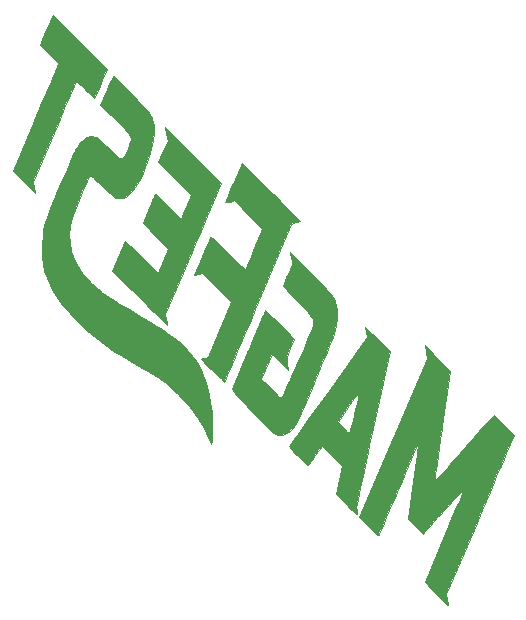
<source format=gbo>
G04 #@! TF.FileFunction,Legend,Bot*
%FSLAX46Y46*%
G04 Gerber Fmt 4.6, Leading zero omitted, Abs format (unit mm)*
G04 Created by KiCad (PCBNEW 4.0.2+dfsg1-stable) date Sun 09 Sep 2018 02:34:44 AM EDT*
%MOMM*%
G01*
G04 APERTURE LIST*
%ADD10C,0.100000*%
%ADD11C,0.010000*%
G04 APERTURE END LIST*
D10*
D11*
G36*
X91225323Y-47030782D02*
X90984595Y-46799358D01*
X90814900Y-46644072D01*
X90729125Y-46577450D01*
X90721851Y-46576437D01*
X90680718Y-46653937D01*
X90593234Y-46843160D01*
X90469242Y-47122003D01*
X90318578Y-47468365D01*
X90165955Y-47825095D01*
X89653772Y-49031253D01*
X90884790Y-50263390D01*
X91309372Y-50689754D01*
X91640312Y-51030466D01*
X91886621Y-51302476D01*
X92057314Y-51522737D01*
X92161406Y-51708201D01*
X92207908Y-51875820D01*
X92205839Y-52042545D01*
X92164209Y-52225329D01*
X92092033Y-52441124D01*
X92072281Y-52496589D01*
X91878806Y-52981094D01*
X91694913Y-53322458D01*
X91519627Y-53522299D01*
X91423758Y-53573333D01*
X91360498Y-53584862D01*
X91291847Y-53570382D01*
X91200959Y-53516407D01*
X91070987Y-53409450D01*
X90885083Y-53236026D01*
X90626400Y-52982646D01*
X90381353Y-52738872D01*
X90044244Y-52405541D01*
X89787763Y-52160602D01*
X89592185Y-51987580D01*
X89437789Y-51870003D01*
X89304850Y-51791399D01*
X89184674Y-51739392D01*
X88851128Y-51672818D01*
X88534530Y-51737334D01*
X88218584Y-51937883D01*
X88067744Y-52078438D01*
X87952861Y-52201683D01*
X87844304Y-52335374D01*
X87735358Y-52492930D01*
X87619311Y-52687771D01*
X87489448Y-52933314D01*
X87339058Y-53242978D01*
X87161425Y-53630182D01*
X86949838Y-54108345D01*
X86697582Y-54690885D01*
X86397943Y-55391221D01*
X86326749Y-55558325D01*
X85984723Y-56364119D01*
X85696147Y-57053211D01*
X85456388Y-57641915D01*
X85260815Y-58146545D01*
X85104795Y-58583414D01*
X84983700Y-58968836D01*
X84892895Y-59319126D01*
X84827751Y-59650598D01*
X84783637Y-59979564D01*
X84755920Y-60322338D01*
X84739969Y-60695235D01*
X84731154Y-61114569D01*
X84730164Y-61182262D01*
X84739864Y-61920584D01*
X84797250Y-62558337D01*
X84910740Y-63134685D01*
X85088757Y-63688790D01*
X85339720Y-64259815D01*
X85430863Y-64440994D01*
X85742287Y-65008605D01*
X86069956Y-65525171D01*
X86436945Y-66020830D01*
X86866328Y-66525721D01*
X87381181Y-67069981D01*
X87648171Y-67337030D01*
X87994500Y-67670026D01*
X88367259Y-68013897D01*
X88727831Y-68333889D01*
X89037601Y-68595255D01*
X89116304Y-68658178D01*
X89930610Y-69275066D01*
X90756937Y-69853357D01*
X91631029Y-70416529D01*
X92588632Y-70988057D01*
X93142822Y-71302708D01*
X93909092Y-71749787D01*
X94572423Y-72180772D01*
X95168615Y-72622215D01*
X95733466Y-73100661D01*
X96302778Y-73642661D01*
X96316147Y-73656025D01*
X97158130Y-74571857D01*
X97856909Y-75491077D01*
X98411826Y-76412722D01*
X98800090Y-77276177D01*
X98895050Y-77513600D01*
X98974916Y-77686236D01*
X99023637Y-77759686D01*
X99025985Y-77760256D01*
X99046784Y-77691910D01*
X99063558Y-77503673D01*
X99076180Y-77220744D01*
X99084518Y-76868321D01*
X99088441Y-76471605D01*
X99087823Y-76055794D01*
X99082532Y-75646087D01*
X99072438Y-75267684D01*
X99057414Y-74945783D01*
X99041509Y-74743487D01*
X98874819Y-73610138D01*
X98616268Y-72582903D01*
X98260738Y-71651528D01*
X97803112Y-70805755D01*
X97238270Y-70035329D01*
X96561095Y-69329994D01*
X96171430Y-68992520D01*
X95763299Y-68671232D01*
X95320790Y-68347764D01*
X94826343Y-68010669D01*
X94262402Y-67648493D01*
X93611405Y-67249787D01*
X92855797Y-66803098D01*
X92480376Y-66585351D01*
X91816336Y-66200678D01*
X91262612Y-65875626D01*
X90802871Y-65598911D01*
X90420782Y-65359252D01*
X90100014Y-65145368D01*
X89824235Y-64945977D01*
X89577113Y-64749796D01*
X89342318Y-64545544D01*
X89103517Y-64321938D01*
X88863799Y-64087003D01*
X88472455Y-63686495D01*
X88168931Y-63342723D01*
X87928534Y-63020734D01*
X87726567Y-62685576D01*
X87538335Y-62302298D01*
X87433627Y-62062825D01*
X87200412Y-61383822D01*
X87055821Y-60673061D01*
X87002840Y-59966022D01*
X87044461Y-59298186D01*
X87157506Y-58784461D01*
X87226011Y-58587912D01*
X87336359Y-58298282D01*
X87479475Y-57937145D01*
X87646283Y-57526076D01*
X87827708Y-57086645D01*
X88014675Y-56640427D01*
X88198105Y-56208996D01*
X88368927Y-55813923D01*
X88518062Y-55476782D01*
X88636437Y-55219147D01*
X88714975Y-55062590D01*
X88738165Y-55027118D01*
X88783585Y-55021829D01*
X88870330Y-55071322D01*
X89011190Y-55186580D01*
X89218955Y-55378583D01*
X89506411Y-55658312D01*
X89718307Y-55868685D01*
X90059592Y-56206452D01*
X90319637Y-56455768D01*
X90517778Y-56632833D01*
X90673352Y-56753842D01*
X90805694Y-56834992D01*
X90934143Y-56892481D01*
X90945842Y-56896923D01*
X91279906Y-56967420D01*
X91603972Y-56920350D01*
X91922292Y-56751495D01*
X92239122Y-56456635D01*
X92558715Y-56031550D01*
X92885324Y-55472023D01*
X93223206Y-54773833D01*
X93328859Y-54533327D01*
X93696346Y-53612249D01*
X93963077Y-52788062D01*
X94130417Y-52054516D01*
X94199729Y-51405361D01*
X94172379Y-50834349D01*
X94157202Y-50738850D01*
X94110579Y-50499051D01*
X94055419Y-50288199D01*
X93980703Y-50090841D01*
X93875410Y-49891519D01*
X93728522Y-49674778D01*
X93529017Y-49425162D01*
X93265877Y-49127217D01*
X92928084Y-48765485D01*
X92504615Y-48324513D01*
X92244834Y-48056637D01*
X91868328Y-47671946D01*
X91524196Y-47325820D01*
X91225323Y-47030782D01*
X91225323Y-47030782D01*
G37*
X91225323Y-47030782D02*
X90984595Y-46799358D01*
X90814900Y-46644072D01*
X90729125Y-46577450D01*
X90721851Y-46576437D01*
X90680718Y-46653937D01*
X90593234Y-46843160D01*
X90469242Y-47122003D01*
X90318578Y-47468365D01*
X90165955Y-47825095D01*
X89653772Y-49031253D01*
X90884790Y-50263390D01*
X91309372Y-50689754D01*
X91640312Y-51030466D01*
X91886621Y-51302476D01*
X92057314Y-51522737D01*
X92161406Y-51708201D01*
X92207908Y-51875820D01*
X92205839Y-52042545D01*
X92164209Y-52225329D01*
X92092033Y-52441124D01*
X92072281Y-52496589D01*
X91878806Y-52981094D01*
X91694913Y-53322458D01*
X91519627Y-53522299D01*
X91423758Y-53573333D01*
X91360498Y-53584862D01*
X91291847Y-53570382D01*
X91200959Y-53516407D01*
X91070987Y-53409450D01*
X90885083Y-53236026D01*
X90626400Y-52982646D01*
X90381353Y-52738872D01*
X90044244Y-52405541D01*
X89787763Y-52160602D01*
X89592185Y-51987580D01*
X89437789Y-51870003D01*
X89304850Y-51791399D01*
X89184674Y-51739392D01*
X88851128Y-51672818D01*
X88534530Y-51737334D01*
X88218584Y-51937883D01*
X88067744Y-52078438D01*
X87952861Y-52201683D01*
X87844304Y-52335374D01*
X87735358Y-52492930D01*
X87619311Y-52687771D01*
X87489448Y-52933314D01*
X87339058Y-53242978D01*
X87161425Y-53630182D01*
X86949838Y-54108345D01*
X86697582Y-54690885D01*
X86397943Y-55391221D01*
X86326749Y-55558325D01*
X85984723Y-56364119D01*
X85696147Y-57053211D01*
X85456388Y-57641915D01*
X85260815Y-58146545D01*
X85104795Y-58583414D01*
X84983700Y-58968836D01*
X84892895Y-59319126D01*
X84827751Y-59650598D01*
X84783637Y-59979564D01*
X84755920Y-60322338D01*
X84739969Y-60695235D01*
X84731154Y-61114569D01*
X84730164Y-61182262D01*
X84739864Y-61920584D01*
X84797250Y-62558337D01*
X84910740Y-63134685D01*
X85088757Y-63688790D01*
X85339720Y-64259815D01*
X85430863Y-64440994D01*
X85742287Y-65008605D01*
X86069956Y-65525171D01*
X86436945Y-66020830D01*
X86866328Y-66525721D01*
X87381181Y-67069981D01*
X87648171Y-67337030D01*
X87994500Y-67670026D01*
X88367259Y-68013897D01*
X88727831Y-68333889D01*
X89037601Y-68595255D01*
X89116304Y-68658178D01*
X89930610Y-69275066D01*
X90756937Y-69853357D01*
X91631029Y-70416529D01*
X92588632Y-70988057D01*
X93142822Y-71302708D01*
X93909092Y-71749787D01*
X94572423Y-72180772D01*
X95168615Y-72622215D01*
X95733466Y-73100661D01*
X96302778Y-73642661D01*
X96316147Y-73656025D01*
X97158130Y-74571857D01*
X97856909Y-75491077D01*
X98411826Y-76412722D01*
X98800090Y-77276177D01*
X98895050Y-77513600D01*
X98974916Y-77686236D01*
X99023637Y-77759686D01*
X99025985Y-77760256D01*
X99046784Y-77691910D01*
X99063558Y-77503673D01*
X99076180Y-77220744D01*
X99084518Y-76868321D01*
X99088441Y-76471605D01*
X99087823Y-76055794D01*
X99082532Y-75646087D01*
X99072438Y-75267684D01*
X99057414Y-74945783D01*
X99041509Y-74743487D01*
X98874819Y-73610138D01*
X98616268Y-72582903D01*
X98260738Y-71651528D01*
X97803112Y-70805755D01*
X97238270Y-70035329D01*
X96561095Y-69329994D01*
X96171430Y-68992520D01*
X95763299Y-68671232D01*
X95320790Y-68347764D01*
X94826343Y-68010669D01*
X94262402Y-67648493D01*
X93611405Y-67249787D01*
X92855797Y-66803098D01*
X92480376Y-66585351D01*
X91816336Y-66200678D01*
X91262612Y-65875626D01*
X90802871Y-65598911D01*
X90420782Y-65359252D01*
X90100014Y-65145368D01*
X89824235Y-64945977D01*
X89577113Y-64749796D01*
X89342318Y-64545544D01*
X89103517Y-64321938D01*
X88863799Y-64087003D01*
X88472455Y-63686495D01*
X88168931Y-63342723D01*
X87928534Y-63020734D01*
X87726567Y-62685576D01*
X87538335Y-62302298D01*
X87433627Y-62062825D01*
X87200412Y-61383822D01*
X87055821Y-60673061D01*
X87002840Y-59966022D01*
X87044461Y-59298186D01*
X87157506Y-58784461D01*
X87226011Y-58587912D01*
X87336359Y-58298282D01*
X87479475Y-57937145D01*
X87646283Y-57526076D01*
X87827708Y-57086645D01*
X88014675Y-56640427D01*
X88198105Y-56208996D01*
X88368927Y-55813923D01*
X88518062Y-55476782D01*
X88636437Y-55219147D01*
X88714975Y-55062590D01*
X88738165Y-55027118D01*
X88783585Y-55021829D01*
X88870330Y-55071322D01*
X89011190Y-55186580D01*
X89218955Y-55378583D01*
X89506411Y-55658312D01*
X89718307Y-55868685D01*
X90059592Y-56206452D01*
X90319637Y-56455768D01*
X90517778Y-56632833D01*
X90673352Y-56753842D01*
X90805694Y-56834992D01*
X90934143Y-56892481D01*
X90945842Y-56896923D01*
X91279906Y-56967420D01*
X91603972Y-56920350D01*
X91922292Y-56751495D01*
X92239122Y-56456635D01*
X92558715Y-56031550D01*
X92885324Y-55472023D01*
X93223206Y-54773833D01*
X93328859Y-54533327D01*
X93696346Y-53612249D01*
X93963077Y-52788062D01*
X94130417Y-52054516D01*
X94199729Y-51405361D01*
X94172379Y-50834349D01*
X94157202Y-50738850D01*
X94110579Y-50499051D01*
X94055419Y-50288199D01*
X93980703Y-50090841D01*
X93875410Y-49891519D01*
X93728522Y-49674778D01*
X93529017Y-49425162D01*
X93265877Y-49127217D01*
X92928084Y-48765485D01*
X92504615Y-48324513D01*
X92244834Y-48056637D01*
X91868328Y-47671946D01*
X91524196Y-47325820D01*
X91225323Y-47030782D01*
G36*
X105806983Y-62027705D02*
X105837334Y-62244037D01*
X105848045Y-62417669D01*
X105831943Y-62581381D01*
X105781857Y-62767954D01*
X105690617Y-63010164D01*
X105551050Y-63340794D01*
X105487502Y-63487991D01*
X105086912Y-64414549D01*
X106363059Y-65742011D01*
X106777144Y-66173498D01*
X107100432Y-66515966D01*
X107342483Y-66785251D01*
X107512857Y-66997191D01*
X107621117Y-67167621D01*
X107676820Y-67312378D01*
X107689530Y-67447299D01*
X107668805Y-67588222D01*
X107624208Y-67750981D01*
X107608182Y-67804498D01*
X107536317Y-68014222D01*
X107418063Y-68323693D01*
X107260812Y-68715978D01*
X107071953Y-69174142D01*
X106858882Y-69681252D01*
X106628985Y-70220373D01*
X106389658Y-70774573D01*
X106148289Y-71326918D01*
X105912272Y-71860473D01*
X105688997Y-72358304D01*
X105485856Y-72803480D01*
X105310239Y-73179064D01*
X105169539Y-73468125D01*
X105071147Y-73653727D01*
X105027656Y-73716505D01*
X104868155Y-73843154D01*
X104052106Y-73055304D01*
X103236056Y-72267454D01*
X104156592Y-70109626D01*
X105569033Y-71465086D01*
X105478563Y-70942650D01*
X105442457Y-70714601D01*
X105430630Y-70534455D01*
X105450346Y-70364399D01*
X105508874Y-70166623D01*
X105613478Y-69903316D01*
X105730757Y-69630366D01*
X106073424Y-68840519D01*
X104855000Y-67621444D01*
X104512445Y-67281797D01*
X104204249Y-66982115D01*
X103944887Y-66735994D01*
X103748836Y-66557029D01*
X103630572Y-66458811D01*
X103602114Y-66444880D01*
X103567911Y-66518188D01*
X103482898Y-66712334D01*
X103352596Y-67014389D01*
X103182530Y-67411424D01*
X102978219Y-67890512D01*
X102745188Y-68438723D01*
X102488959Y-69043130D01*
X102215052Y-69690805D01*
X102166049Y-69806837D01*
X100764448Y-73126285D01*
X101009526Y-73439714D01*
X101147921Y-73603948D01*
X101363053Y-73843392D01*
X101639330Y-74141981D01*
X101961161Y-74483656D01*
X102312950Y-74852350D01*
X102679108Y-75232004D01*
X103044038Y-75606554D01*
X103392152Y-75959937D01*
X103707854Y-76276090D01*
X103975553Y-76538952D01*
X104179655Y-76732458D01*
X104304568Y-76840547D01*
X104323270Y-76853341D01*
X104692210Y-77000047D01*
X105052561Y-77003569D01*
X105404986Y-76863527D01*
X105750144Y-76579538D01*
X106088694Y-76151218D01*
X106376938Y-75663594D01*
X106481552Y-75450568D01*
X106632302Y-75122762D01*
X106821739Y-74697879D01*
X107042418Y-74193625D01*
X107286891Y-73627704D01*
X107547709Y-73017823D01*
X107817426Y-72381686D01*
X108088595Y-71736998D01*
X108353768Y-71101466D01*
X108605498Y-70492794D01*
X108836337Y-69928687D01*
X109038838Y-69426850D01*
X109205554Y-69004990D01*
X109329038Y-68680812D01*
X109401633Y-68472692D01*
X109601426Y-67685708D01*
X109686188Y-66974079D01*
X109655859Y-66324566D01*
X109510381Y-65723935D01*
X109387797Y-65423514D01*
X109332780Y-65317444D01*
X109259143Y-65202123D01*
X109156006Y-65065377D01*
X109012481Y-64895030D01*
X108817686Y-64678907D01*
X108560736Y-64404832D01*
X108230747Y-64060632D01*
X107816836Y-63634128D01*
X107475081Y-63283921D01*
X105725874Y-61493977D01*
X105806983Y-62027705D01*
X105806983Y-62027705D01*
G37*
X105806983Y-62027705D02*
X105837334Y-62244037D01*
X105848045Y-62417669D01*
X105831943Y-62581381D01*
X105781857Y-62767954D01*
X105690617Y-63010164D01*
X105551050Y-63340794D01*
X105487502Y-63487991D01*
X105086912Y-64414549D01*
X106363059Y-65742011D01*
X106777144Y-66173498D01*
X107100432Y-66515966D01*
X107342483Y-66785251D01*
X107512857Y-66997191D01*
X107621117Y-67167621D01*
X107676820Y-67312378D01*
X107689530Y-67447299D01*
X107668805Y-67588222D01*
X107624208Y-67750981D01*
X107608182Y-67804498D01*
X107536317Y-68014222D01*
X107418063Y-68323693D01*
X107260812Y-68715978D01*
X107071953Y-69174142D01*
X106858882Y-69681252D01*
X106628985Y-70220373D01*
X106389658Y-70774573D01*
X106148289Y-71326918D01*
X105912272Y-71860473D01*
X105688997Y-72358304D01*
X105485856Y-72803480D01*
X105310239Y-73179064D01*
X105169539Y-73468125D01*
X105071147Y-73653727D01*
X105027656Y-73716505D01*
X104868155Y-73843154D01*
X104052106Y-73055304D01*
X103236056Y-72267454D01*
X104156592Y-70109626D01*
X105569033Y-71465086D01*
X105478563Y-70942650D01*
X105442457Y-70714601D01*
X105430630Y-70534455D01*
X105450346Y-70364399D01*
X105508874Y-70166623D01*
X105613478Y-69903316D01*
X105730757Y-69630366D01*
X106073424Y-68840519D01*
X104855000Y-67621444D01*
X104512445Y-67281797D01*
X104204249Y-66982115D01*
X103944887Y-66735994D01*
X103748836Y-66557029D01*
X103630572Y-66458811D01*
X103602114Y-66444880D01*
X103567911Y-66518188D01*
X103482898Y-66712334D01*
X103352596Y-67014389D01*
X103182530Y-67411424D01*
X102978219Y-67890512D01*
X102745188Y-68438723D01*
X102488959Y-69043130D01*
X102215052Y-69690805D01*
X102166049Y-69806837D01*
X100764448Y-73126285D01*
X101009526Y-73439714D01*
X101147921Y-73603948D01*
X101363053Y-73843392D01*
X101639330Y-74141981D01*
X101961161Y-74483656D01*
X102312950Y-74852350D01*
X102679108Y-75232004D01*
X103044038Y-75606554D01*
X103392152Y-75959937D01*
X103707854Y-76276090D01*
X103975553Y-76538952D01*
X104179655Y-76732458D01*
X104304568Y-76840547D01*
X104323270Y-76853341D01*
X104692210Y-77000047D01*
X105052561Y-77003569D01*
X105404986Y-76863527D01*
X105750144Y-76579538D01*
X106088694Y-76151218D01*
X106376938Y-75663594D01*
X106481552Y-75450568D01*
X106632302Y-75122762D01*
X106821739Y-74697879D01*
X107042418Y-74193625D01*
X107286891Y-73627704D01*
X107547709Y-73017823D01*
X107817426Y-72381686D01*
X108088595Y-71736998D01*
X108353768Y-71101466D01*
X108605498Y-70492794D01*
X108836337Y-69928687D01*
X109038838Y-69426850D01*
X109205554Y-69004990D01*
X109329038Y-68680812D01*
X109401633Y-68472692D01*
X109601426Y-67685708D01*
X109686188Y-66974079D01*
X109655859Y-66324566D01*
X109510381Y-65723935D01*
X109387797Y-65423514D01*
X109332780Y-65317444D01*
X109259143Y-65202123D01*
X109156006Y-65065377D01*
X109012481Y-64895030D01*
X108817686Y-64678907D01*
X108560736Y-64404832D01*
X108230747Y-64060632D01*
X107816836Y-63634128D01*
X107475081Y-63283921D01*
X105725874Y-61493977D01*
X105806983Y-62027705D01*
G36*
X122851927Y-75410683D02*
X122778935Y-75489869D01*
X122619762Y-75666807D01*
X122384257Y-75930418D01*
X122082271Y-76269623D01*
X121723654Y-76673342D01*
X121318258Y-77130496D01*
X120875931Y-77630007D01*
X120406526Y-78160794D01*
X120357788Y-78215944D01*
X119890049Y-78744210D01*
X119451181Y-79237851D01*
X119050568Y-79686451D01*
X118697594Y-80079598D01*
X118401641Y-80406884D01*
X118172093Y-80657894D01*
X118018333Y-80822219D01*
X117949743Y-80889446D01*
X117947466Y-80890516D01*
X117949555Y-80820713D01*
X117971261Y-80619253D01*
X118010966Y-80298060D01*
X118067054Y-79869061D01*
X118137908Y-79344178D01*
X118221911Y-78735338D01*
X118317444Y-78054463D01*
X118422894Y-77313479D01*
X118536640Y-76524311D01*
X118579914Y-76226552D01*
X119259236Y-71562588D01*
X118188370Y-70488735D01*
X117117503Y-69414881D01*
X117198450Y-69983329D01*
X117279398Y-70551777D01*
X114423294Y-77263730D01*
X111567190Y-83975684D01*
X112354576Y-84765399D01*
X112655228Y-85065285D01*
X112870571Y-85274037D01*
X113016674Y-85404385D01*
X113109612Y-85469062D01*
X113165455Y-85480797D01*
X113200276Y-85452322D01*
X113207320Y-85440869D01*
X113247096Y-85354430D01*
X113338096Y-85146706D01*
X113475014Y-84830088D01*
X113652542Y-84416972D01*
X113865371Y-83919752D01*
X114108195Y-83350820D01*
X114375704Y-82722572D01*
X114662592Y-82047400D01*
X114872572Y-81552393D01*
X115168962Y-80854945D01*
X115449380Y-80198478D01*
X115708597Y-79595004D01*
X115941380Y-79056537D01*
X116142503Y-78595089D01*
X116306735Y-78222673D01*
X116428848Y-77951302D01*
X116503612Y-77792990D01*
X116525216Y-77755744D01*
X116526619Y-77820446D01*
X116509515Y-78014566D01*
X116475645Y-78323794D01*
X116426751Y-78733827D01*
X116364577Y-79230356D01*
X116290863Y-79799076D01*
X116207349Y-80425678D01*
X116139664Y-80922603D01*
X115701357Y-84111882D01*
X116927357Y-85337881D01*
X117067599Y-85195887D01*
X117151534Y-85106337D01*
X117318730Y-84924162D01*
X117555331Y-84664597D01*
X117847479Y-84342881D01*
X118181317Y-83974251D01*
X118542988Y-83573946D01*
X118595118Y-83516171D01*
X119062209Y-82998968D01*
X119441418Y-82580615D01*
X119741640Y-82251790D01*
X119971769Y-82003175D01*
X120140698Y-81825447D01*
X120257321Y-81709284D01*
X120330532Y-81645368D01*
X120369226Y-81624376D01*
X120382295Y-81636987D01*
X120382617Y-81642834D01*
X120355001Y-81720317D01*
X120275492Y-81919312D01*
X120149103Y-82227806D01*
X119980844Y-82633786D01*
X119775726Y-83125241D01*
X119538760Y-83690160D01*
X119274957Y-84316528D01*
X118989329Y-84992335D01*
X118738628Y-85583709D01*
X117094639Y-89456476D01*
X118102407Y-90488003D01*
X118453272Y-90844876D01*
X118715424Y-91105509D01*
X118899521Y-91279451D01*
X119016223Y-91376254D01*
X119076187Y-91405469D01*
X119090073Y-91376646D01*
X119089571Y-91372536D01*
X119065300Y-91217835D01*
X119026127Y-90985491D01*
X119001034Y-90841802D01*
X118933100Y-90458061D01*
X121500385Y-84412213D01*
X121884787Y-83506958D01*
X122258377Y-82627154D01*
X122616521Y-81783717D01*
X122954587Y-80987556D01*
X123267940Y-80249584D01*
X123551947Y-79580716D01*
X123801975Y-78991860D01*
X124013390Y-78493932D01*
X124181558Y-78097843D01*
X124301847Y-77814507D01*
X124365801Y-77663837D01*
X124663932Y-76961311D01*
X122982615Y-75279994D01*
X122851927Y-75410683D01*
X122851927Y-75410683D01*
G37*
X122851927Y-75410683D02*
X122778935Y-75489869D01*
X122619762Y-75666807D01*
X122384257Y-75930418D01*
X122082271Y-76269623D01*
X121723654Y-76673342D01*
X121318258Y-77130496D01*
X120875931Y-77630007D01*
X120406526Y-78160794D01*
X120357788Y-78215944D01*
X119890049Y-78744210D01*
X119451181Y-79237851D01*
X119050568Y-79686451D01*
X118697594Y-80079598D01*
X118401641Y-80406884D01*
X118172093Y-80657894D01*
X118018333Y-80822219D01*
X117949743Y-80889446D01*
X117947466Y-80890516D01*
X117949555Y-80820713D01*
X117971261Y-80619253D01*
X118010966Y-80298060D01*
X118067054Y-79869061D01*
X118137908Y-79344178D01*
X118221911Y-78735338D01*
X118317444Y-78054463D01*
X118422894Y-77313479D01*
X118536640Y-76524311D01*
X118579914Y-76226552D01*
X119259236Y-71562588D01*
X118188370Y-70488735D01*
X117117503Y-69414881D01*
X117198450Y-69983329D01*
X117279398Y-70551777D01*
X114423294Y-77263730D01*
X111567190Y-83975684D01*
X112354576Y-84765399D01*
X112655228Y-85065285D01*
X112870571Y-85274037D01*
X113016674Y-85404385D01*
X113109612Y-85469062D01*
X113165455Y-85480797D01*
X113200276Y-85452322D01*
X113207320Y-85440869D01*
X113247096Y-85354430D01*
X113338096Y-85146706D01*
X113475014Y-84830088D01*
X113652542Y-84416972D01*
X113865371Y-83919752D01*
X114108195Y-83350820D01*
X114375704Y-82722572D01*
X114662592Y-82047400D01*
X114872572Y-81552393D01*
X115168962Y-80854945D01*
X115449380Y-80198478D01*
X115708597Y-79595004D01*
X115941380Y-79056537D01*
X116142503Y-78595089D01*
X116306735Y-78222673D01*
X116428848Y-77951302D01*
X116503612Y-77792990D01*
X116525216Y-77755744D01*
X116526619Y-77820446D01*
X116509515Y-78014566D01*
X116475645Y-78323794D01*
X116426751Y-78733827D01*
X116364577Y-79230356D01*
X116290863Y-79799076D01*
X116207349Y-80425678D01*
X116139664Y-80922603D01*
X115701357Y-84111882D01*
X116927357Y-85337881D01*
X117067599Y-85195887D01*
X117151534Y-85106337D01*
X117318730Y-84924162D01*
X117555331Y-84664597D01*
X117847479Y-84342881D01*
X118181317Y-83974251D01*
X118542988Y-83573946D01*
X118595118Y-83516171D01*
X119062209Y-82998968D01*
X119441418Y-82580615D01*
X119741640Y-82251790D01*
X119971769Y-82003175D01*
X120140698Y-81825447D01*
X120257321Y-81709284D01*
X120330532Y-81645368D01*
X120369226Y-81624376D01*
X120382295Y-81636987D01*
X120382617Y-81642834D01*
X120355001Y-81720317D01*
X120275492Y-81919312D01*
X120149103Y-82227806D01*
X119980844Y-82633786D01*
X119775726Y-83125241D01*
X119538760Y-83690160D01*
X119274957Y-84316528D01*
X118989329Y-84992335D01*
X118738628Y-85583709D01*
X117094639Y-89456476D01*
X118102407Y-90488003D01*
X118453272Y-90844876D01*
X118715424Y-91105509D01*
X118899521Y-91279451D01*
X119016223Y-91376254D01*
X119076187Y-91405469D01*
X119090073Y-91376646D01*
X119089571Y-91372536D01*
X119065300Y-91217835D01*
X119026127Y-90985491D01*
X119001034Y-90841802D01*
X118933100Y-90458061D01*
X121500385Y-84412213D01*
X121884787Y-83506958D01*
X122258377Y-82627154D01*
X122616521Y-81783717D01*
X122954587Y-80987556D01*
X123267940Y-80249584D01*
X123551947Y-79580716D01*
X123801975Y-78991860D01*
X124013390Y-78493932D01*
X124181558Y-78097843D01*
X124301847Y-77814507D01*
X124365801Y-77663837D01*
X124663932Y-76961311D01*
X122982615Y-75279994D01*
X122851927Y-75410683D01*
G36*
X112159307Y-68302690D02*
X112235691Y-68735609D01*
X108979227Y-73256157D01*
X108459786Y-73977555D01*
X107964266Y-74666357D01*
X107499329Y-75313263D01*
X107071638Y-75908975D01*
X106687855Y-76444193D01*
X106354642Y-76909620D01*
X106078662Y-77295954D01*
X105866577Y-77593897D01*
X105725049Y-77794152D01*
X105660741Y-77887416D01*
X105658127Y-77891675D01*
X105642533Y-77944831D01*
X105662316Y-78013356D01*
X105731087Y-78114221D01*
X105862459Y-78264402D01*
X106070040Y-78480867D01*
X106367445Y-78780594D01*
X106385428Y-78798581D01*
X106659705Y-79068154D01*
X106897801Y-79293272D01*
X107081388Y-79457305D01*
X107192135Y-79543624D01*
X107215575Y-79551754D01*
X107269081Y-79480900D01*
X107388852Y-79314000D01*
X107558407Y-79074255D01*
X107761266Y-78784864D01*
X107812331Y-78711669D01*
X108370877Y-77910348D01*
X110092967Y-79632439D01*
X109828600Y-80804227D01*
X109564232Y-81976014D01*
X110490265Y-82897348D01*
X110818479Y-83223018D01*
X111057493Y-83456442D01*
X111220547Y-83608193D01*
X111320889Y-83688843D01*
X111371757Y-83708962D01*
X111386399Y-83679124D01*
X111378057Y-83609901D01*
X111377239Y-83605403D01*
X111342320Y-83371008D01*
X111318790Y-83150695D01*
X111331146Y-83045589D01*
X111372554Y-82809145D01*
X111440861Y-82451774D01*
X111533912Y-81983885D01*
X111649550Y-81415888D01*
X111785621Y-80758194D01*
X111939972Y-80021213D01*
X112110446Y-79215354D01*
X112277920Y-78430550D01*
X110723968Y-76876599D01*
X109754646Y-75907277D01*
X110474727Y-74856964D01*
X110721653Y-74496165D01*
X110950504Y-74160611D01*
X111144166Y-73875482D01*
X111285526Y-73665962D01*
X111346802Y-73573778D01*
X111450326Y-73434026D01*
X111520175Y-73373939D01*
X111529481Y-73376284D01*
X111521670Y-73453635D01*
X111483590Y-73652246D01*
X111419727Y-73952458D01*
X111334565Y-74334610D01*
X111232589Y-74779042D01*
X111118281Y-75266093D01*
X110996129Y-75776106D01*
X110870615Y-76289416D01*
X110803101Y-76560728D01*
X110723968Y-76876599D01*
X112277920Y-78430550D01*
X112294889Y-78351028D01*
X112491145Y-77438645D01*
X112697059Y-76488615D01*
X112712990Y-76415416D01*
X114126580Y-69921567D01*
X112082921Y-67869771D01*
X112159307Y-68302690D01*
X112159307Y-68302690D01*
G37*
X112159307Y-68302690D02*
X112235691Y-68735609D01*
X108979227Y-73256157D01*
X108459786Y-73977555D01*
X107964266Y-74666357D01*
X107499329Y-75313263D01*
X107071638Y-75908975D01*
X106687855Y-76444193D01*
X106354642Y-76909620D01*
X106078662Y-77295954D01*
X105866577Y-77593897D01*
X105725049Y-77794152D01*
X105660741Y-77887416D01*
X105658127Y-77891675D01*
X105642533Y-77944831D01*
X105662316Y-78013356D01*
X105731087Y-78114221D01*
X105862459Y-78264402D01*
X106070040Y-78480867D01*
X106367445Y-78780594D01*
X106385428Y-78798581D01*
X106659705Y-79068154D01*
X106897801Y-79293272D01*
X107081388Y-79457305D01*
X107192135Y-79543624D01*
X107215575Y-79551754D01*
X107269081Y-79480900D01*
X107388852Y-79314000D01*
X107558407Y-79074255D01*
X107761266Y-78784864D01*
X107812331Y-78711669D01*
X108370877Y-77910348D01*
X110092967Y-79632439D01*
X109828600Y-80804227D01*
X109564232Y-81976014D01*
X110490265Y-82897348D01*
X110818479Y-83223018D01*
X111057493Y-83456442D01*
X111220547Y-83608193D01*
X111320889Y-83688843D01*
X111371757Y-83708962D01*
X111386399Y-83679124D01*
X111378057Y-83609901D01*
X111377239Y-83605403D01*
X111342320Y-83371008D01*
X111318790Y-83150695D01*
X111331146Y-83045589D01*
X111372554Y-82809145D01*
X111440861Y-82451774D01*
X111533912Y-81983885D01*
X111649550Y-81415888D01*
X111785621Y-80758194D01*
X111939972Y-80021213D01*
X112110446Y-79215354D01*
X112277920Y-78430550D01*
X110723968Y-76876599D01*
X109754646Y-75907277D01*
X110474727Y-74856964D01*
X110721653Y-74496165D01*
X110950504Y-74160611D01*
X111144166Y-73875482D01*
X111285526Y-73665962D01*
X111346802Y-73573778D01*
X111450326Y-73434026D01*
X111520175Y-73373939D01*
X111529481Y-73376284D01*
X111521670Y-73453635D01*
X111483590Y-73652246D01*
X111419727Y-73952458D01*
X111334565Y-74334610D01*
X111232589Y-74779042D01*
X111118281Y-75266093D01*
X110996129Y-75776106D01*
X110870615Y-76289416D01*
X110803101Y-76560728D01*
X110723968Y-76876599D01*
X112277920Y-78430550D01*
X112294889Y-78351028D01*
X112491145Y-77438645D01*
X112697059Y-76488615D01*
X112712990Y-76415416D01*
X114126580Y-69921567D01*
X112082921Y-67869771D01*
X112159307Y-68302690D01*
G36*
X105027902Y-57343070D02*
X104568482Y-56886048D01*
X104075994Y-56398002D01*
X104073809Y-56395841D01*
X101620254Y-53968949D01*
X100926228Y-55584131D01*
X100732791Y-56037097D01*
X100559984Y-56447085D01*
X100415722Y-56794885D01*
X100307916Y-57061287D01*
X100244477Y-57227081D01*
X100230707Y-57272861D01*
X100291798Y-57296035D01*
X100450117Y-57276100D01*
X100584784Y-57242070D01*
X100940357Y-57137733D01*
X103366128Y-59563505D01*
X102673433Y-61205676D01*
X102479825Y-61664544D01*
X102303893Y-62081293D01*
X102153833Y-62436524D01*
X102037843Y-62710836D01*
X101964120Y-62884833D01*
X101941781Y-62937179D01*
X101909303Y-62943658D01*
X101831940Y-62897027D01*
X101700316Y-62788719D01*
X101505057Y-62610169D01*
X101236787Y-62352809D01*
X100886128Y-62008073D01*
X100455002Y-61578689D01*
X100031407Y-61155778D01*
X99698515Y-60825844D01*
X99444845Y-60578781D01*
X99258923Y-60404484D01*
X99129273Y-60292848D01*
X99044416Y-60233763D01*
X98992877Y-60217125D01*
X98963180Y-60232829D01*
X98950821Y-60254114D01*
X98907128Y-60354342D01*
X98815657Y-60567487D01*
X98685252Y-60872825D01*
X98524756Y-61249632D01*
X98343015Y-61677182D01*
X98243648Y-61911270D01*
X97592834Y-63445179D01*
X97923537Y-63361552D01*
X98254241Y-63277926D01*
X100740581Y-65764266D01*
X98786088Y-70360114D01*
X98488665Y-70436805D01*
X98300193Y-70489024D01*
X98183368Y-70528226D01*
X98168517Y-70536220D01*
X98210128Y-70591985D01*
X98339508Y-70733720D01*
X98541262Y-70945297D01*
X98799998Y-71210587D01*
X99100320Y-71513462D01*
X99120791Y-71533944D01*
X99426357Y-71835600D01*
X99696844Y-72095202D01*
X99915860Y-72297622D01*
X100067010Y-72427732D01*
X100133902Y-72470404D01*
X100134940Y-72469795D01*
X100168153Y-72398899D01*
X100254083Y-72203367D01*
X100388868Y-71892232D01*
X100568651Y-71474523D01*
X100789572Y-70959268D01*
X101047773Y-70355497D01*
X101339394Y-69672240D01*
X101660576Y-68918526D01*
X102007461Y-68103385D01*
X102376189Y-67235844D01*
X102762902Y-66324935D01*
X103000439Y-65764908D01*
X105826791Y-59099170D01*
X106177078Y-59005215D01*
X106377596Y-58943408D01*
X106504350Y-58888911D01*
X106527364Y-58866997D01*
X106477340Y-58808630D01*
X106333966Y-58658521D01*
X106107287Y-58426792D01*
X105807352Y-58123561D01*
X105444208Y-57758948D01*
X105027902Y-57343070D01*
X105027902Y-57343070D01*
G37*
X105027902Y-57343070D02*
X104568482Y-56886048D01*
X104075994Y-56398002D01*
X104073809Y-56395841D01*
X101620254Y-53968949D01*
X100926228Y-55584131D01*
X100732791Y-56037097D01*
X100559984Y-56447085D01*
X100415722Y-56794885D01*
X100307916Y-57061287D01*
X100244477Y-57227081D01*
X100230707Y-57272861D01*
X100291798Y-57296035D01*
X100450117Y-57276100D01*
X100584784Y-57242070D01*
X100940357Y-57137733D01*
X103366128Y-59563505D01*
X102673433Y-61205676D01*
X102479825Y-61664544D01*
X102303893Y-62081293D01*
X102153833Y-62436524D01*
X102037843Y-62710836D01*
X101964120Y-62884833D01*
X101941781Y-62937179D01*
X101909303Y-62943658D01*
X101831940Y-62897027D01*
X101700316Y-62788719D01*
X101505057Y-62610169D01*
X101236787Y-62352809D01*
X100886128Y-62008073D01*
X100455002Y-61578689D01*
X100031407Y-61155778D01*
X99698515Y-60825844D01*
X99444845Y-60578781D01*
X99258923Y-60404484D01*
X99129273Y-60292848D01*
X99044416Y-60233763D01*
X98992877Y-60217125D01*
X98963180Y-60232829D01*
X98950821Y-60254114D01*
X98907128Y-60354342D01*
X98815657Y-60567487D01*
X98685252Y-60872825D01*
X98524756Y-61249632D01*
X98343015Y-61677182D01*
X98243648Y-61911270D01*
X97592834Y-63445179D01*
X97923537Y-63361552D01*
X98254241Y-63277926D01*
X100740581Y-65764266D01*
X98786088Y-70360114D01*
X98488665Y-70436805D01*
X98300193Y-70489024D01*
X98183368Y-70528226D01*
X98168517Y-70536220D01*
X98210128Y-70591985D01*
X98339508Y-70733720D01*
X98541262Y-70945297D01*
X98799998Y-71210587D01*
X99100320Y-71513462D01*
X99120791Y-71533944D01*
X99426357Y-71835600D01*
X99696844Y-72095202D01*
X99915860Y-72297622D01*
X100067010Y-72427732D01*
X100133902Y-72470404D01*
X100134940Y-72469795D01*
X100168153Y-72398899D01*
X100254083Y-72203367D01*
X100388868Y-71892232D01*
X100568651Y-71474523D01*
X100789572Y-70959268D01*
X101047773Y-70355497D01*
X101339394Y-69672240D01*
X101660576Y-68918526D01*
X102007461Y-68103385D01*
X102376189Y-67235844D01*
X102762902Y-66324935D01*
X103000439Y-65764908D01*
X105826791Y-59099170D01*
X106177078Y-59005215D01*
X106377596Y-58943408D01*
X106504350Y-58888911D01*
X106527364Y-58866997D01*
X106477340Y-58808630D01*
X106333966Y-58658521D01*
X106107287Y-58426792D01*
X105807352Y-58123561D01*
X105444208Y-57758948D01*
X105027902Y-57343070D01*
G36*
X95240065Y-51502620D02*
X95335610Y-52073871D01*
X94950054Y-52983003D01*
X94564499Y-53892135D01*
X95937130Y-55292049D01*
X97309761Y-56691963D01*
X96912607Y-57653053D01*
X96766882Y-57997163D01*
X96636529Y-58289141D01*
X96532977Y-58504554D01*
X96467655Y-58618972D01*
X96455227Y-58630887D01*
X96388069Y-58586935D01*
X96235302Y-58454570D01*
X96013107Y-58248848D01*
X95737660Y-57984826D01*
X95425142Y-57677559D01*
X95346055Y-57598690D01*
X95029829Y-57283846D01*
X94750363Y-57008246D01*
X94523072Y-56786868D01*
X94363365Y-56634691D01*
X94286654Y-56566697D01*
X94282235Y-56564622D01*
X94250413Y-56632808D01*
X94170995Y-56813291D01*
X94053207Y-57084814D01*
X93906272Y-57426114D01*
X93746518Y-57799299D01*
X93225678Y-59019098D01*
X95374742Y-61270795D01*
X94947130Y-62280024D01*
X94519518Y-63289253D01*
X93129323Y-61926348D01*
X91739128Y-60563444D01*
X90665047Y-63078201D01*
X92968579Y-65381732D01*
X93444092Y-65856486D01*
X93887252Y-66297473D01*
X94287724Y-66694515D01*
X94635178Y-67037440D01*
X94919280Y-67316069D01*
X95129697Y-67520227D01*
X95256097Y-67639740D01*
X95289736Y-67667636D01*
X95286730Y-67593056D01*
X95261104Y-67417086D01*
X95226311Y-67220662D01*
X95145258Y-66791314D01*
X96322569Y-64015993D01*
X96641112Y-63265174D01*
X96999380Y-62420884D01*
X97380345Y-61523238D01*
X97766979Y-60612354D01*
X98142255Y-59728348D01*
X98489147Y-58911337D01*
X98685392Y-58449213D01*
X99870903Y-55657753D01*
X95144519Y-50931369D01*
X95240065Y-51502620D01*
X95240065Y-51502620D01*
G37*
X95240065Y-51502620D02*
X95335610Y-52073871D01*
X94950054Y-52983003D01*
X94564499Y-53892135D01*
X95937130Y-55292049D01*
X97309761Y-56691963D01*
X96912607Y-57653053D01*
X96766882Y-57997163D01*
X96636529Y-58289141D01*
X96532977Y-58504554D01*
X96467655Y-58618972D01*
X96455227Y-58630887D01*
X96388069Y-58586935D01*
X96235302Y-58454570D01*
X96013107Y-58248848D01*
X95737660Y-57984826D01*
X95425142Y-57677559D01*
X95346055Y-57598690D01*
X95029829Y-57283846D01*
X94750363Y-57008246D01*
X94523072Y-56786868D01*
X94363365Y-56634691D01*
X94286654Y-56566697D01*
X94282235Y-56564622D01*
X94250413Y-56632808D01*
X94170995Y-56813291D01*
X94053207Y-57084814D01*
X93906272Y-57426114D01*
X93746518Y-57799299D01*
X93225678Y-59019098D01*
X95374742Y-61270795D01*
X94947130Y-62280024D01*
X94519518Y-63289253D01*
X93129323Y-61926348D01*
X91739128Y-60563444D01*
X90665047Y-63078201D01*
X92968579Y-65381732D01*
X93444092Y-65856486D01*
X93887252Y-66297473D01*
X94287724Y-66694515D01*
X94635178Y-67037440D01*
X94919280Y-67316069D01*
X95129697Y-67520227D01*
X95256097Y-67639740D01*
X95289736Y-67667636D01*
X95286730Y-67593056D01*
X95261104Y-67417086D01*
X95226311Y-67220662D01*
X95145258Y-66791314D01*
X96322569Y-64015993D01*
X96641112Y-63265174D01*
X96999380Y-62420884D01*
X97380345Y-61523238D01*
X97766979Y-60612354D01*
X98142255Y-59728348D01*
X98489147Y-58911337D01*
X98685392Y-58449213D01*
X99870903Y-55657753D01*
X95144519Y-50931369D01*
X95240065Y-51502620D01*
G36*
X85524914Y-41645316D02*
X85462365Y-41794509D01*
X85356352Y-42047208D01*
X85219599Y-42373093D01*
X85064827Y-42741842D01*
X84994034Y-42910487D01*
X84561612Y-43940564D01*
X86092239Y-45471191D01*
X85939906Y-45857674D01*
X85884711Y-45992289D01*
X85777891Y-46247676D01*
X85624831Y-46611127D01*
X85430913Y-47069938D01*
X85201521Y-47611400D01*
X84942040Y-48222809D01*
X84657852Y-48891456D01*
X84354343Y-49604636D01*
X84036894Y-50349641D01*
X84001096Y-50433598D01*
X82214619Y-54623039D01*
X83158301Y-55569087D01*
X84101984Y-56515138D01*
X84022510Y-56034762D01*
X83943034Y-55554387D01*
X85712476Y-51387234D01*
X86025522Y-50650651D01*
X86322978Y-49952028D01*
X86599806Y-49303110D01*
X86850973Y-48715639D01*
X87071443Y-48201360D01*
X87256179Y-47772016D01*
X87400147Y-47439353D01*
X87498309Y-47215112D01*
X87545632Y-47111036D01*
X87548006Y-47106564D01*
X87581122Y-47069977D01*
X87631665Y-47071534D01*
X87716131Y-47124121D01*
X87851012Y-47240630D01*
X88052806Y-47433951D01*
X88338007Y-47716971D01*
X88369647Y-47748600D01*
X88663140Y-48040398D01*
X88871417Y-48241186D01*
X89010794Y-48363671D01*
X89097585Y-48420563D01*
X89148108Y-48424571D01*
X89178678Y-48388403D01*
X89182046Y-48381394D01*
X89228944Y-48276053D01*
X89322641Y-48062462D01*
X89452245Y-47765560D01*
X89606865Y-47410284D01*
X89727729Y-47131968D01*
X90216566Y-46005302D01*
X85623372Y-41410222D01*
X85524914Y-41645316D01*
X85524914Y-41645316D01*
G37*
X85524914Y-41645316D02*
X85462365Y-41794509D01*
X85356352Y-42047208D01*
X85219599Y-42373093D01*
X85064827Y-42741842D01*
X84994034Y-42910487D01*
X84561612Y-43940564D01*
X86092239Y-45471191D01*
X85939906Y-45857674D01*
X85884711Y-45992289D01*
X85777891Y-46247676D01*
X85624831Y-46611127D01*
X85430913Y-47069938D01*
X85201521Y-47611400D01*
X84942040Y-48222809D01*
X84657852Y-48891456D01*
X84354343Y-49604636D01*
X84036894Y-50349641D01*
X84001096Y-50433598D01*
X82214619Y-54623039D01*
X83158301Y-55569087D01*
X84101984Y-56515138D01*
X84022510Y-56034762D01*
X83943034Y-55554387D01*
X85712476Y-51387234D01*
X86025522Y-50650651D01*
X86322978Y-49952028D01*
X86599806Y-49303110D01*
X86850973Y-48715639D01*
X87071443Y-48201360D01*
X87256179Y-47772016D01*
X87400147Y-47439353D01*
X87498309Y-47215112D01*
X87545632Y-47111036D01*
X87548006Y-47106564D01*
X87581122Y-47069977D01*
X87631665Y-47071534D01*
X87716131Y-47124121D01*
X87851012Y-47240630D01*
X88052806Y-47433951D01*
X88338007Y-47716971D01*
X88369647Y-47748600D01*
X88663140Y-48040398D01*
X88871417Y-48241186D01*
X89010794Y-48363671D01*
X89097585Y-48420563D01*
X89148108Y-48424571D01*
X89178678Y-48388403D01*
X89182046Y-48381394D01*
X89228944Y-48276053D01*
X89322641Y-48062462D01*
X89452245Y-47765560D01*
X89606865Y-47410284D01*
X89727729Y-47131968D01*
X90216566Y-46005302D01*
X85623372Y-41410222D01*
X85524914Y-41645316D01*
M02*

</source>
